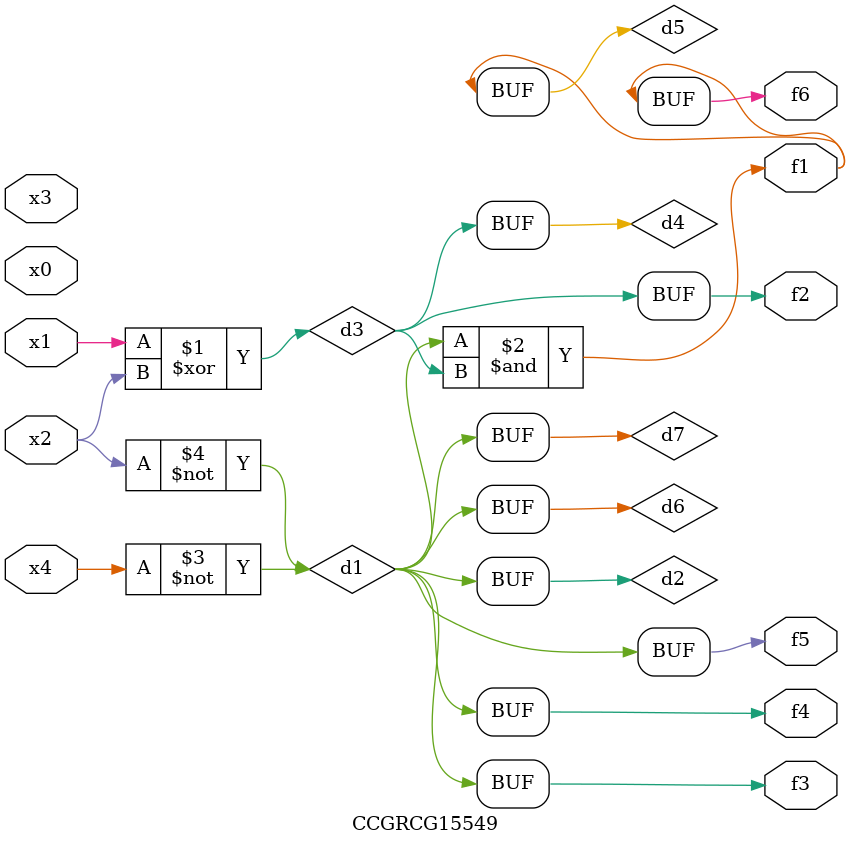
<source format=v>
module CCGRCG15549(
	input x0, x1, x2, x3, x4,
	output f1, f2, f3, f4, f5, f6
);

	wire d1, d2, d3, d4, d5, d6, d7;

	not (d1, x4);
	not (d2, x2);
	xor (d3, x1, x2);
	buf (d4, d3);
	and (d5, d1, d3);
	buf (d6, d1, d2);
	buf (d7, d2);
	assign f1 = d5;
	assign f2 = d4;
	assign f3 = d7;
	assign f4 = d7;
	assign f5 = d7;
	assign f6 = d5;
endmodule

</source>
